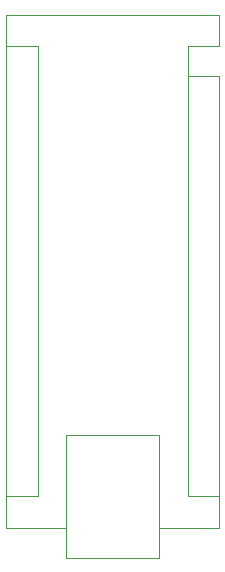
<source format=gbr>
%TF.GenerationSoftware,KiCad,Pcbnew,8.0.1*%
%TF.CreationDate,2024-04-11T09:01:25+02:00*%
%TF.ProjectId,ConditionneurV2,436f6e64-6974-4696-9f6e-6e6575725632,rev?*%
%TF.SameCoordinates,Original*%
%TF.FileFunction,Legend,Bot*%
%TF.FilePolarity,Positive*%
%FSLAX46Y46*%
G04 Gerber Fmt 4.6, Leading zero omitted, Abs format (unit mm)*
G04 Created by KiCad (PCBNEW 8.0.1) date 2024-04-11 09:01:25*
%MOMM*%
%LPD*%
G01*
G04 APERTURE LIST*
%ADD10C,0.120000*%
G04 APERTURE END LIST*
D10*
%TO.C,A1*%
X112250000Y-50075000D02*
X112250000Y-93515000D01*
X112250000Y-52745000D02*
X114920000Y-52745000D01*
X112250000Y-90845000D02*
X114920000Y-90845000D01*
X114920000Y-90845000D02*
X114920000Y-52745000D01*
X117330000Y-85635000D02*
X125210000Y-85635000D01*
X117330000Y-93515000D02*
X112250000Y-93515000D01*
X117330000Y-96055000D02*
X117330000Y-85635000D01*
X125210000Y-85635000D02*
X125210000Y-96055000D01*
X125210000Y-93515000D02*
X130290000Y-93515000D01*
X125210000Y-96055000D02*
X117330000Y-96055000D01*
X127620000Y-52745000D02*
X127620000Y-55285000D01*
X127620000Y-90845000D02*
X127620000Y-55285000D01*
X130290000Y-50075000D02*
X112250000Y-50075000D01*
X130290000Y-52745000D02*
X127620000Y-52745000D01*
X130290000Y-52745000D02*
X130290000Y-50075000D01*
X130290000Y-55285000D02*
X127620000Y-55285000D01*
X130290000Y-90845000D02*
X127620000Y-90845000D01*
X130290000Y-93515000D02*
X130290000Y-55285000D01*
%TD*%
M02*

</source>
